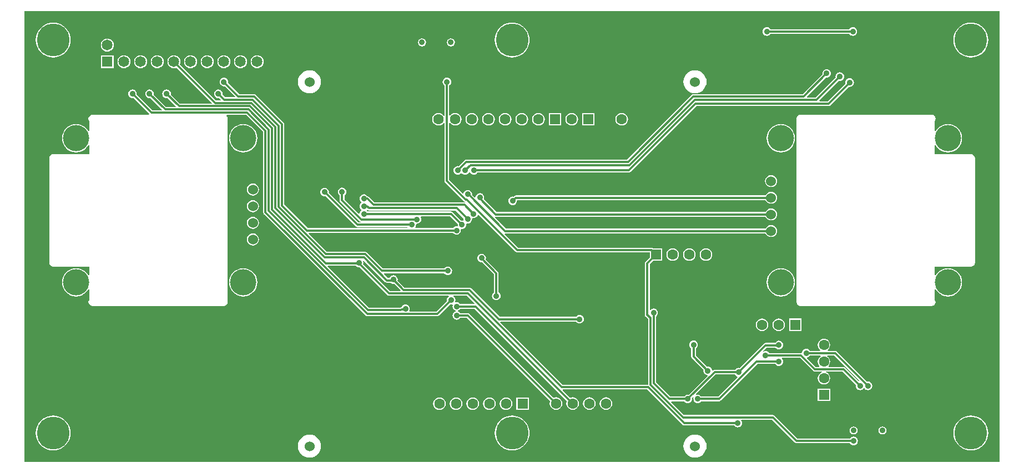
<source format=gbl>
G04*
G04 #@! TF.GenerationSoftware,Altium Limited,Altium NEXUS,2.1.8 (74)*
G04*
G04 Layer_Physical_Order=2*
G04 Layer_Color=16711680*
%FSLAX25Y25*%
%MOIN*%
G70*
G01*
G75*
%ADD135C,0.01181*%
%ADD138R,0.06299X0.06299*%
%ADD139C,0.06299*%
%ADD140C,0.06000*%
%ADD141C,0.15748*%
%ADD142R,0.06496X0.06496*%
%ADD143C,0.06496*%
%ADD144R,0.06299X0.06299*%
%ADD145C,0.03543*%
%ADD146C,0.19685*%
%ADD147C,0.02362*%
G36*
X588142Y273182D02*
X588143Y2408D01*
X2409Y2409D01*
X2409Y273182D01*
X588142Y273182D01*
D02*
G37*
%LPC*%
G36*
X500000Y263605D02*
X499332Y263517D01*
X498709Y263259D01*
X498175Y262849D01*
X497853Y262429D01*
X450498D01*
X450176Y262849D01*
X449641Y263259D01*
X449019Y263517D01*
X448351Y263605D01*
X447683Y263517D01*
X447060Y263259D01*
X446526Y262849D01*
X446115Y262314D01*
X445858Y261692D01*
X445770Y261024D01*
X445858Y260356D01*
X446115Y259733D01*
X446526Y259198D01*
X447060Y258788D01*
X447683Y258530D01*
X448351Y258442D01*
X449019Y258530D01*
X449641Y258788D01*
X450176Y259198D01*
X450498Y259619D01*
X497853D01*
X498175Y259198D01*
X498709Y258788D01*
X499332Y258530D01*
X500000Y258442D01*
X500668Y258530D01*
X501291Y258788D01*
X501825Y259198D01*
X502235Y259733D01*
X502493Y260356D01*
X502581Y261024D01*
X502493Y261692D01*
X502235Y262314D01*
X501825Y262849D01*
X501291Y263259D01*
X500668Y263517D01*
X500000Y263605D01*
D02*
G37*
G36*
X258582Y256897D02*
X257660Y256713D01*
X256879Y256191D01*
X256357Y255410D01*
X256173Y254488D01*
X256357Y253567D01*
X256879Y252785D01*
X257660Y252263D01*
X258582Y252080D01*
X259503Y252263D01*
X260285Y252785D01*
X260807Y253567D01*
X260990Y254488D01*
X260807Y255410D01*
X260285Y256191D01*
X259503Y256713D01*
X258582Y256897D01*
D02*
G37*
G36*
X241259D02*
X240337Y256713D01*
X239556Y256191D01*
X239034Y255410D01*
X238850Y254488D01*
X239034Y253567D01*
X239556Y252785D01*
X240337Y252263D01*
X241259Y252080D01*
X242180Y252263D01*
X242962Y252785D01*
X243484Y253567D01*
X243667Y254488D01*
X243484Y255410D01*
X242962Y256191D01*
X242180Y256713D01*
X241259Y256897D01*
D02*
G37*
G36*
X52244Y256746D02*
X51242Y256614D01*
X50308Y256227D01*
X49506Y255612D01*
X48891Y254810D01*
X48504Y253876D01*
X48372Y252874D01*
X48504Y251872D01*
X48891Y250938D01*
X49506Y250136D01*
X50308Y249521D01*
X51242Y249134D01*
X52244Y249002D01*
X53246Y249134D01*
X54180Y249521D01*
X54982Y250136D01*
X55597Y250938D01*
X55984Y251872D01*
X56116Y252874D01*
X55984Y253876D01*
X55597Y254810D01*
X54982Y255612D01*
X54180Y256227D01*
X53246Y256614D01*
X52244Y256746D01*
D02*
G37*
G36*
X570866Y266371D02*
X569229Y266242D01*
X567632Y265859D01*
X566115Y265230D01*
X564715Y264372D01*
X563466Y263306D01*
X562399Y262057D01*
X561542Y260657D01*
X560913Y259139D01*
X560530Y257543D01*
X560401Y255906D01*
X560530Y254268D01*
X560913Y252672D01*
X561542Y251154D01*
X562399Y249754D01*
X563466Y248505D01*
X564715Y247439D01*
X566115Y246581D01*
X567632Y245952D01*
X569229Y245569D01*
X570866Y245440D01*
X572503Y245569D01*
X574100Y245952D01*
X575617Y246581D01*
X577017Y247439D01*
X578266Y248505D01*
X579333Y249754D01*
X580191Y251154D01*
X580819Y252672D01*
X581203Y254268D01*
X581331Y255906D01*
X581203Y257543D01*
X580819Y259139D01*
X580191Y260657D01*
X579333Y262057D01*
X578266Y263306D01*
X577017Y264372D01*
X575617Y265230D01*
X574100Y265859D01*
X572503Y266242D01*
X570866Y266371D01*
D02*
G37*
G36*
X295276D02*
X293638Y266242D01*
X292042Y265859D01*
X290524Y265230D01*
X289124Y264372D01*
X287876Y263306D01*
X286809Y262057D01*
X285951Y260657D01*
X285322Y259139D01*
X284939Y257543D01*
X284810Y255906D01*
X284939Y254268D01*
X285322Y252672D01*
X285951Y251154D01*
X286809Y249754D01*
X287876Y248505D01*
X289124Y247439D01*
X290524Y246581D01*
X292042Y245952D01*
X293638Y245569D01*
X295276Y245440D01*
X296913Y245569D01*
X298510Y245952D01*
X300027Y246581D01*
X301427Y247439D01*
X302676Y248505D01*
X303742Y249754D01*
X304600Y251154D01*
X305229Y252672D01*
X305612Y254268D01*
X305741Y255906D01*
X305612Y257543D01*
X305229Y259139D01*
X304600Y260657D01*
X303742Y262057D01*
X302676Y263306D01*
X301427Y264372D01*
X300027Y265230D01*
X298510Y265859D01*
X296913Y266242D01*
X295276Y266371D01*
D02*
G37*
G36*
X19685D02*
X18048Y266242D01*
X16451Y265859D01*
X14934Y265230D01*
X13534Y264372D01*
X12285Y263306D01*
X11218Y262057D01*
X10360Y260657D01*
X9732Y259139D01*
X9349Y257543D01*
X9220Y255906D01*
X9349Y254268D01*
X9732Y252672D01*
X10360Y251154D01*
X11218Y249754D01*
X12285Y248505D01*
X13534Y247439D01*
X14934Y246581D01*
X16451Y245952D01*
X18048Y245569D01*
X19685Y245440D01*
X21322Y245569D01*
X22919Y245952D01*
X24436Y246581D01*
X25836Y247439D01*
X27085Y248505D01*
X28152Y249754D01*
X29010Y251154D01*
X29638Y252672D01*
X30022Y254268D01*
X30150Y255906D01*
X30022Y257543D01*
X29638Y259139D01*
X29010Y260657D01*
X28152Y262057D01*
X27085Y263306D01*
X25836Y264372D01*
X24436Y265230D01*
X22919Y265859D01*
X21322Y266242D01*
X19685Y266371D01*
D02*
G37*
G36*
X56083Y246713D02*
X48406D01*
Y239035D01*
X56083D01*
Y246713D01*
D02*
G37*
G36*
X142244Y246746D02*
X141242Y246614D01*
X140308Y246227D01*
X139506Y245612D01*
X138891Y244810D01*
X138504Y243876D01*
X138372Y242874D01*
X138504Y241872D01*
X138891Y240938D01*
X139506Y240136D01*
X140308Y239521D01*
X141242Y239134D01*
X142244Y239002D01*
X143246Y239134D01*
X144180Y239521D01*
X144982Y240136D01*
X145597Y240938D01*
X145984Y241872D01*
X146116Y242874D01*
X145984Y243876D01*
X145597Y244810D01*
X144982Y245612D01*
X144180Y246227D01*
X143246Y246614D01*
X142244Y246746D01*
D02*
G37*
G36*
X132244D02*
X131242Y246614D01*
X130308Y246227D01*
X129506Y245612D01*
X128891Y244810D01*
X128504Y243876D01*
X128372Y242874D01*
X128504Y241872D01*
X128891Y240938D01*
X129506Y240136D01*
X130308Y239521D01*
X131242Y239134D01*
X132244Y239002D01*
X133246Y239134D01*
X134180Y239521D01*
X134982Y240136D01*
X135597Y240938D01*
X135984Y241872D01*
X136116Y242874D01*
X135984Y243876D01*
X135597Y244810D01*
X134982Y245612D01*
X134180Y246227D01*
X133246Y246614D01*
X132244Y246746D01*
D02*
G37*
G36*
X122244D02*
X121242Y246614D01*
X120308Y246227D01*
X119506Y245612D01*
X118891Y244810D01*
X118504Y243876D01*
X118372Y242874D01*
X118504Y241872D01*
X118891Y240938D01*
X119506Y240136D01*
X120308Y239521D01*
X121242Y239134D01*
X122244Y239002D01*
X123246Y239134D01*
X124180Y239521D01*
X124982Y240136D01*
X125597Y240938D01*
X125984Y241872D01*
X126116Y242874D01*
X125984Y243876D01*
X125597Y244810D01*
X124982Y245612D01*
X124180Y246227D01*
X123246Y246614D01*
X122244Y246746D01*
D02*
G37*
G36*
X112244D02*
X111242Y246614D01*
X110308Y246227D01*
X109506Y245612D01*
X108891Y244810D01*
X108504Y243876D01*
X108372Y242874D01*
X108504Y241872D01*
X108891Y240938D01*
X109506Y240136D01*
X110308Y239521D01*
X111242Y239134D01*
X112244Y239002D01*
X113246Y239134D01*
X114180Y239521D01*
X114982Y240136D01*
X115597Y240938D01*
X115984Y241872D01*
X116116Y242874D01*
X115984Y243876D01*
X115597Y244810D01*
X114982Y245612D01*
X114180Y246227D01*
X113246Y246614D01*
X112244Y246746D01*
D02*
G37*
G36*
X102244D02*
X101242Y246614D01*
X100308Y246227D01*
X99506Y245612D01*
X98891Y244810D01*
X98504Y243876D01*
X98372Y242874D01*
X98504Y241872D01*
X98891Y240938D01*
X99506Y240136D01*
X100308Y239521D01*
X101242Y239134D01*
X102244Y239002D01*
X103246Y239134D01*
X104180Y239521D01*
X104982Y240136D01*
X105597Y240938D01*
X105984Y241872D01*
X106116Y242874D01*
X105984Y243876D01*
X105597Y244810D01*
X104982Y245612D01*
X104180Y246227D01*
X103246Y246614D01*
X102244Y246746D01*
D02*
G37*
G36*
X82244D02*
X81242Y246614D01*
X80308Y246227D01*
X79506Y245612D01*
X78891Y244810D01*
X78504Y243876D01*
X78372Y242874D01*
X78504Y241872D01*
X78891Y240938D01*
X79506Y240136D01*
X80308Y239521D01*
X81242Y239134D01*
X82244Y239002D01*
X83246Y239134D01*
X84180Y239521D01*
X84982Y240136D01*
X85597Y240938D01*
X85984Y241872D01*
X86116Y242874D01*
X85984Y243876D01*
X85597Y244810D01*
X84982Y245612D01*
X84180Y246227D01*
X83246Y246614D01*
X82244Y246746D01*
D02*
G37*
G36*
X72244D02*
X71242Y246614D01*
X70308Y246227D01*
X69506Y245612D01*
X68891Y244810D01*
X68504Y243876D01*
X68372Y242874D01*
X68504Y241872D01*
X68891Y240938D01*
X69506Y240136D01*
X70308Y239521D01*
X71242Y239134D01*
X72244Y239002D01*
X73246Y239134D01*
X74180Y239521D01*
X74982Y240136D01*
X75597Y240938D01*
X75984Y241872D01*
X76116Y242874D01*
X75984Y243876D01*
X75597Y244810D01*
X74982Y245612D01*
X74180Y246227D01*
X73246Y246614D01*
X72244Y246746D01*
D02*
G37*
G36*
X62244D02*
X61242Y246614D01*
X60308Y246227D01*
X59506Y245612D01*
X58891Y244810D01*
X58504Y243876D01*
X58372Y242874D01*
X58504Y241872D01*
X58891Y240938D01*
X59506Y240136D01*
X60308Y239521D01*
X61242Y239134D01*
X62244Y239002D01*
X63246Y239134D01*
X64180Y239521D01*
X64982Y240136D01*
X65597Y240938D01*
X65984Y241872D01*
X66116Y242874D01*
X65984Y243876D01*
X65597Y244810D01*
X64982Y245612D01*
X64180Y246227D01*
X63246Y246614D01*
X62244Y246746D01*
D02*
G37*
G36*
X484251Y238407D02*
X483583Y238319D01*
X482960Y238062D01*
X482426Y237651D01*
X482016Y237117D01*
X481758Y236494D01*
X481670Y235826D01*
X481739Y235301D01*
X469801Y223363D01*
X404221D01*
X403683Y223256D01*
X403227Y222952D01*
X364358Y184082D01*
X267756D01*
X267218Y183975D01*
X266762Y183671D01*
X263163Y180071D01*
X262638Y180140D01*
X261970Y180052D01*
X261347Y179794D01*
X260813Y179384D01*
X260402Y178850D01*
X260145Y178227D01*
X260057Y177559D01*
X260145Y176891D01*
X260402Y176268D01*
X260813Y175734D01*
X261347Y175324D01*
X261970Y175066D01*
X262638Y174978D01*
X263306Y175066D01*
X263928Y175324D01*
X264463Y175734D01*
X264606Y175921D01*
X265236D01*
X265380Y175734D01*
X265914Y175324D01*
X266537Y175066D01*
X267205Y174978D01*
X267873Y175066D01*
X268495Y175324D01*
X269030Y175734D01*
X269440Y176268D01*
X269500Y176414D01*
X270041D01*
X270102Y176268D01*
X270512Y175734D01*
X271046Y175324D01*
X271669Y175066D01*
X272337Y174978D01*
X273005Y175066D01*
X273627Y175324D01*
X274162Y175734D01*
X274484Y176154D01*
X365389D01*
X365927Y176261D01*
X366383Y176566D01*
X406139Y216322D01*
X485443D01*
X485981Y216429D01*
X486436Y216733D01*
X497505Y227802D01*
X498031Y227733D01*
X498699Y227821D01*
X499321Y228079D01*
X499856Y228489D01*
X500266Y229024D01*
X500524Y229646D01*
X500612Y230314D01*
X500524Y230982D01*
X500266Y231605D01*
X499856Y232140D01*
X499321Y232550D01*
X498699Y232808D01*
X498031Y232896D01*
X497362Y232808D01*
X496740Y232550D01*
X496205Y232140D01*
X495795Y231605D01*
X495537Y230982D01*
X495449Y230314D01*
X495518Y229789D01*
X484861Y219132D01*
X479960D01*
X479768Y219594D01*
X491611Y231436D01*
X492136Y231367D01*
X492804Y231455D01*
X493426Y231713D01*
X493961Y232123D01*
X494371Y232658D01*
X494629Y233280D01*
X494717Y233948D01*
X494629Y234616D01*
X494371Y235239D01*
X493961Y235773D01*
X493426Y236183D01*
X492804Y236441D01*
X492136Y236529D01*
X491468Y236441D01*
X490845Y236183D01*
X490311Y235773D01*
X489900Y235239D01*
X489643Y234616D01*
X489555Y233948D01*
X489624Y233423D01*
X477595Y221394D01*
X472459D01*
X472268Y221856D01*
X483726Y233314D01*
X484251Y233245D01*
X484919Y233333D01*
X485542Y233591D01*
X486076Y234001D01*
X486486Y234536D01*
X486744Y235158D01*
X486832Y235826D01*
X486744Y236494D01*
X486486Y237117D01*
X486076Y237651D01*
X485542Y238062D01*
X484919Y238319D01*
X484251Y238407D01*
D02*
G37*
G36*
X405159Y237725D02*
X403808Y237593D01*
X402509Y237198D01*
X401312Y236559D01*
X400263Y235698D01*
X399402Y234649D01*
X398763Y233452D01*
X398369Y232153D01*
X398236Y230802D01*
X398369Y229452D01*
X398763Y228153D01*
X399402Y226956D01*
X400263Y225907D01*
X401312Y225046D01*
X402509Y224406D01*
X403808Y224012D01*
X405159Y223879D01*
X406509Y224012D01*
X407808Y224406D01*
X409005Y225046D01*
X410054Y225907D01*
X410915Y226956D01*
X411555Y228153D01*
X411949Y229452D01*
X412082Y230802D01*
X411949Y232153D01*
X411555Y233452D01*
X410915Y234649D01*
X410054Y235698D01*
X409005Y236559D01*
X407808Y237198D01*
X406509Y237593D01*
X405159Y237725D01*
D02*
G37*
G36*
X173659D02*
X172308Y237593D01*
X171009Y237198D01*
X169813Y236559D01*
X168763Y235698D01*
X167902Y234649D01*
X167263Y233452D01*
X166869Y232153D01*
X166736Y230802D01*
X166869Y229452D01*
X167263Y228153D01*
X167902Y226956D01*
X168763Y225907D01*
X169813Y225046D01*
X171009Y224406D01*
X172308Y224012D01*
X173659Y223879D01*
X175009Y224012D01*
X176308Y224406D01*
X177505Y225046D01*
X178554Y225907D01*
X179415Y226956D01*
X180055Y228153D01*
X180449Y229452D01*
X180582Y230802D01*
X180449Y232153D01*
X180055Y233452D01*
X179415Y234649D01*
X178554Y235698D01*
X177505Y236559D01*
X176308Y237198D01*
X175009Y237593D01*
X173659Y237725D01*
D02*
G37*
G36*
X92244Y246746D02*
X91242Y246614D01*
X90308Y246227D01*
X89506Y245612D01*
X88891Y244810D01*
X88504Y243876D01*
X88372Y242874D01*
X88504Y241872D01*
X88891Y240938D01*
X89506Y240136D01*
X90308Y239521D01*
X91242Y239134D01*
X92244Y239002D01*
X93246Y239134D01*
X93777Y239354D01*
X115114Y218017D01*
X114923Y217555D01*
X95849D01*
X90307Y223097D01*
X90376Y223622D01*
X90289Y224290D01*
X90031Y224913D01*
X89620Y225447D01*
X89086Y225857D01*
X88463Y226115D01*
X87795Y226203D01*
X87127Y226115D01*
X86505Y225857D01*
X85970Y225447D01*
X85560Y224913D01*
X85302Y224290D01*
X85214Y223622D01*
X85302Y222954D01*
X85560Y222332D01*
X85970Y221797D01*
X86505Y221387D01*
X87127Y221129D01*
X87795Y221041D01*
X88320Y221110D01*
X93382Y216049D01*
X93190Y215587D01*
X87581D01*
X80071Y223097D01*
X80140Y223622D01*
X80052Y224290D01*
X79794Y224913D01*
X79384Y225447D01*
X78850Y225857D01*
X78227Y226115D01*
X77559Y226203D01*
X76891Y226115D01*
X76269Y225857D01*
X75734Y225447D01*
X75324Y224913D01*
X75066Y224290D01*
X74978Y223622D01*
X75066Y222954D01*
X75324Y222332D01*
X75734Y221797D01*
X76269Y221387D01*
X76891Y221129D01*
X77559Y221041D01*
X78084Y221110D01*
X85114Y214080D01*
X84923Y213618D01*
X79314D01*
X69835Y223097D01*
X69904Y223622D01*
X69816Y224290D01*
X69558Y224913D01*
X69148Y225447D01*
X68613Y225857D01*
X67991Y226115D01*
X67323Y226203D01*
X66655Y226115D01*
X66032Y225857D01*
X65498Y225447D01*
X65087Y224913D01*
X64830Y224290D01*
X64742Y223622D01*
X64830Y222954D01*
X65087Y222332D01*
X65498Y221797D01*
X66032Y221387D01*
X66655Y221129D01*
X67323Y221041D01*
X67848Y221110D01*
X77372Y211586D01*
X77165Y211086D01*
X43307D01*
X42385Y210903D01*
X41604Y210380D01*
X41082Y209599D01*
X40899Y208677D01*
X41082Y207756D01*
X41300Y207429D01*
Y201192D01*
X40815Y201071D01*
X40537Y201592D01*
X39479Y202881D01*
X38190Y203938D01*
X36720Y204724D01*
X35124Y205208D01*
X33465Y205372D01*
X31805Y205208D01*
X30210Y204724D01*
X28739Y203938D01*
X27450Y202881D01*
X26392Y201592D01*
X25607Y200121D01*
X25122Y198526D01*
X24959Y196866D01*
X25122Y195207D01*
X25607Y193611D01*
X26392Y192141D01*
X27450Y190852D01*
X28739Y189794D01*
X30210Y189008D01*
X31805Y188524D01*
X33465Y188361D01*
X35124Y188524D01*
X36720Y189008D01*
X38190Y189794D01*
X39479Y190852D01*
X40537Y192141D01*
X40815Y192662D01*
X41300Y192540D01*
Y187464D01*
X19685D01*
X18763Y187280D01*
X17982Y186758D01*
X17460Y185977D01*
X17277Y185055D01*
Y122063D01*
X17460Y121142D01*
X17982Y120360D01*
X18763Y119838D01*
X19685Y119655D01*
X41300D01*
Y114578D01*
X40815Y114457D01*
X40537Y114978D01*
X39479Y116267D01*
X38190Y117324D01*
X36720Y118110D01*
X35124Y118594D01*
X33465Y118758D01*
X31805Y118594D01*
X30210Y118110D01*
X28739Y117324D01*
X27450Y116267D01*
X26392Y114978D01*
X25607Y113507D01*
X25122Y111911D01*
X24959Y110252D01*
X25122Y108593D01*
X25607Y106997D01*
X26392Y105527D01*
X27450Y104238D01*
X28739Y103180D01*
X30210Y102394D01*
X31805Y101910D01*
X33465Y101747D01*
X35124Y101910D01*
X36720Y102394D01*
X38190Y103180D01*
X39479Y104238D01*
X40537Y105527D01*
X40815Y106047D01*
X41300Y105926D01*
Y99689D01*
X41082Y99363D01*
X40899Y98441D01*
X41082Y97519D01*
X41604Y96738D01*
X42385Y96216D01*
X43307Y96033D01*
X122047Y96033D01*
X122969Y96216D01*
X123750Y96738D01*
X124272Y97519D01*
X124456Y98441D01*
X124456Y208677D01*
X124272Y209599D01*
X123799Y210308D01*
X123941Y210808D01*
X135630D01*
X145839Y200599D01*
Y152362D01*
X145946Y151825D01*
X146251Y151369D01*
X207295Y90324D01*
X207751Y90020D01*
X208288Y89913D01*
X250389D01*
X250927Y90020D01*
X251382Y90324D01*
X258155Y97097D01*
X258701Y97025D01*
X259346Y97110D01*
X259422Y97054D01*
X259725Y96719D01*
X259604Y96426D01*
X259516Y95758D01*
X259604Y95090D01*
X259861Y94468D01*
X260272Y93933D01*
X260806Y93523D01*
X261321Y93309D01*
X261343Y93212D01*
Y92891D01*
X261321Y92794D01*
X260806Y92580D01*
X260272Y92170D01*
X259861Y91636D01*
X259604Y91013D01*
X259516Y90345D01*
X259604Y89677D01*
X259861Y89055D01*
X260272Y88520D01*
X260806Y88110D01*
X261429Y87852D01*
X262097Y87764D01*
X262765Y87852D01*
X263387Y88110D01*
X263922Y88520D01*
X264244Y88940D01*
X268168D01*
X318214Y38894D01*
X318015Y38413D01*
X317886Y37436D01*
X318015Y36460D01*
X318392Y35550D01*
X318991Y34769D01*
X319773Y34169D01*
X320682Y33792D01*
X321659Y33664D01*
X322635Y33792D01*
X323545Y34169D01*
X324326Y34769D01*
X324926Y35550D01*
X325303Y36460D01*
X325431Y37436D01*
X325303Y38413D01*
X324926Y39323D01*
X324326Y40104D01*
X323545Y40703D01*
X322635Y41080D01*
X321659Y41209D01*
X320682Y41080D01*
X320201Y40881D01*
X269743Y91339D01*
X269287Y91643D01*
X268750Y91750D01*
X264244D01*
X263922Y92170D01*
X263387Y92580D01*
X262873Y92794D01*
X262850Y92891D01*
Y93212D01*
X262873Y93309D01*
X263387Y93523D01*
X263922Y93933D01*
X264244Y94353D01*
X272755D01*
X328214Y38894D01*
X328015Y38413D01*
X327886Y37436D01*
X328015Y36460D01*
X328392Y35550D01*
X328991Y34769D01*
X329772Y34169D01*
X330682Y33792D01*
X331659Y33664D01*
X332635Y33792D01*
X333545Y34169D01*
X334326Y34769D01*
X334926Y35550D01*
X335303Y36460D01*
X335431Y37436D01*
X335303Y38413D01*
X334926Y39323D01*
X334326Y40104D01*
X333545Y40703D01*
X332635Y41080D01*
X331659Y41209D01*
X330682Y41080D01*
X330201Y40881D01*
X325705Y45377D01*
X325896Y45839D01*
X376502D01*
X397656Y24686D01*
X398111Y24381D01*
X398649Y24274D01*
X428737D01*
X429059Y23854D01*
X429594Y23444D01*
X430216Y23186D01*
X430884Y23098D01*
X431552Y23186D01*
X432175Y23444D01*
X432709Y23854D01*
X433120Y24389D01*
X433377Y25011D01*
X433465Y25679D01*
X433377Y26347D01*
X433120Y26970D01*
X432921Y27229D01*
X433167Y27729D01*
X451386D01*
X465175Y13940D01*
X465631Y13636D01*
X466168Y13529D01*
X498246D01*
X498569Y13109D01*
X499103Y12699D01*
X499726Y12441D01*
X500394Y12353D01*
X501062Y12441D01*
X501684Y12699D01*
X502219Y13109D01*
X502629Y13643D01*
X502887Y14266D01*
X502975Y14934D01*
X502887Y15602D01*
X502629Y16224D01*
X502219Y16759D01*
X501684Y17169D01*
X501062Y17427D01*
X500394Y17515D01*
X499726Y17427D01*
X499103Y17169D01*
X498569Y16759D01*
X498246Y16339D01*
X466750D01*
X452962Y30127D01*
X452506Y30432D01*
X451968Y30539D01*
X398560D01*
X390792Y38307D01*
X390984Y38769D01*
X398716D01*
X399038Y38348D01*
X399573Y37938D01*
X400195Y37680D01*
X400863Y37592D01*
X401531Y37680D01*
X402154Y37938D01*
X402688Y38348D01*
X403098Y38883D01*
X403356Y39505D01*
X403444Y40174D01*
X403375Y40699D01*
X403886Y41209D01*
X404310Y40926D01*
X404275Y40841D01*
X404187Y40173D01*
X404275Y39505D01*
X404533Y38883D01*
X404943Y38348D01*
X405477Y37938D01*
X406100Y37680D01*
X406768Y37592D01*
X407436Y37680D01*
X408059Y37938D01*
X408593Y38348D01*
X408916Y38768D01*
X419648D01*
X420185Y38875D01*
X420641Y39180D01*
X442636Y61175D01*
X453437D01*
X453760Y60755D01*
X454294Y60345D01*
X454917Y60087D01*
X455585Y59999D01*
X456253Y60087D01*
X456875Y60345D01*
X457410Y60755D01*
X457820Y61290D01*
X458078Y61912D01*
X458166Y62580D01*
X458078Y63248D01*
X457820Y63871D01*
X457410Y64406D01*
X457356Y64447D01*
X457525Y64947D01*
X468286D01*
X476174Y57059D01*
X476630Y56754D01*
X477168Y56647D01*
X481345D01*
X481444Y56147D01*
X480719Y55847D01*
X479938Y55247D01*
X479338Y54466D01*
X478961Y53556D01*
X478833Y52580D01*
X478961Y51603D01*
X479338Y50693D01*
X479938Y49912D01*
X480719Y49313D01*
X481629Y48936D01*
X482605Y48807D01*
X483581Y48936D01*
X484491Y49313D01*
X485273Y49912D01*
X485872Y50693D01*
X486249Y51603D01*
X486377Y52580D01*
X486249Y53556D01*
X485872Y54466D01*
X485273Y55247D01*
X484491Y55847D01*
X483766Y56147D01*
X483865Y56647D01*
X493728D01*
X501819Y48557D01*
X501750Y48031D01*
X501837Y47363D01*
X502095Y46741D01*
X502506Y46206D01*
X503040Y45796D01*
X503663Y45538D01*
X504331Y45450D01*
X504999Y45538D01*
X505621Y45796D01*
X506156Y46206D01*
X506393Y46515D01*
X506410Y46524D01*
X506976D01*
X506993Y46515D01*
X507230Y46206D01*
X507765Y45796D01*
X508387Y45538D01*
X509055Y45450D01*
X509723Y45538D01*
X510346Y45796D01*
X510880Y46206D01*
X511290Y46741D01*
X511548Y47363D01*
X511636Y48031D01*
X511548Y48700D01*
X511290Y49322D01*
X510880Y49857D01*
X510346Y50267D01*
X509723Y50525D01*
X509055Y50613D01*
X508530Y50543D01*
X490382Y68692D01*
X489926Y68996D01*
X489389Y69103D01*
X485040D01*
X484870Y69603D01*
X485273Y69912D01*
X485872Y70693D01*
X486249Y71603D01*
X486377Y72580D01*
X486249Y73556D01*
X485872Y74466D01*
X485273Y75247D01*
X484491Y75847D01*
X483581Y76223D01*
X482605Y76352D01*
X481629Y76223D01*
X480719Y75847D01*
X479938Y75247D01*
X479338Y74466D01*
X478961Y73556D01*
X478833Y72580D01*
X478961Y71603D01*
X479338Y70693D01*
X479938Y69912D01*
X480340Y69603D01*
X480171Y69103D01*
X474123D01*
X473801Y69523D01*
X473266Y69933D01*
X472644Y70191D01*
X471976Y70279D01*
X471308Y70191D01*
X470685Y69933D01*
X470151Y69523D01*
X469740Y68989D01*
X469483Y68366D01*
X469454Y68150D01*
X468902Y67750D01*
X468867Y67757D01*
X449624D01*
X449302Y68177D01*
X448767Y68587D01*
X448145Y68845D01*
X447477Y68933D01*
X446809Y68845D01*
X446383Y68669D01*
X446099Y69093D01*
X448059Y71052D01*
X453532D01*
X453760Y70754D01*
X454294Y70344D01*
X454917Y70086D01*
X455585Y69999D01*
X456253Y70086D01*
X456875Y70344D01*
X457410Y70754D01*
X457820Y71289D01*
X458078Y71912D01*
X458166Y72580D01*
X458078Y73248D01*
X457820Y73870D01*
X457410Y74405D01*
X456875Y74815D01*
X456253Y75073D01*
X455585Y75161D01*
X454917Y75073D01*
X454294Y74815D01*
X453760Y74405D01*
X453349Y73870D01*
X453346Y73862D01*
X447477D01*
X446939Y73755D01*
X446483Y73450D01*
X431821Y58788D01*
X431296Y58857D01*
X430628Y58769D01*
X430005Y58511D01*
X429471Y58101D01*
X429148Y57681D01*
X416965D01*
X416428Y57574D01*
X415972Y57269D01*
X415888Y57185D01*
X415360Y57364D01*
X415311Y57740D01*
X415053Y58363D01*
X414643Y58897D01*
X414108Y59308D01*
X413486Y59566D01*
X412818Y59653D01*
X412292Y59584D01*
X405712Y66165D01*
Y70547D01*
X406132Y70869D01*
X406542Y71404D01*
X406800Y72026D01*
X406888Y72694D01*
X406800Y73362D01*
X406542Y73985D01*
X406132Y74519D01*
X405598Y74930D01*
X404975Y75188D01*
X404307Y75275D01*
X403639Y75188D01*
X403017Y74930D01*
X402482Y74519D01*
X402072Y73985D01*
X401814Y73362D01*
X401726Y72694D01*
X401814Y72026D01*
X402072Y71404D01*
X402482Y70869D01*
X402902Y70547D01*
Y65583D01*
X403009Y65045D01*
X403314Y64589D01*
X410306Y57597D01*
X410236Y57072D01*
X410324Y56404D01*
X410582Y55782D01*
X410992Y55247D01*
X411527Y54837D01*
X412149Y54579D01*
X412525Y54530D01*
X412705Y54002D01*
X401388Y42685D01*
X400863Y42755D01*
X400195Y42667D01*
X399573Y42409D01*
X399038Y41999D01*
X398716Y41578D01*
X390304D01*
X381720Y50163D01*
Y89754D01*
X382140Y90077D01*
X382550Y90611D01*
X382808Y91234D01*
X382896Y91902D01*
X382808Y92570D01*
X382550Y93192D01*
X382140Y93727D01*
X381606Y94137D01*
X380983Y94395D01*
X380315Y94483D01*
X379647Y94395D01*
X379024Y94137D01*
X378490Y93727D01*
X378452Y93678D01*
X377952Y93848D01*
Y121211D01*
X379986Y123244D01*
X385479D01*
Y130725D01*
X379892D01*
X379717Y130842D01*
X379180Y130948D01*
X299139D01*
X290832Y139255D01*
X291078Y139716D01*
X291173Y139697D01*
X447562D01*
X447730Y139292D01*
X448305Y138542D01*
X449055Y137966D01*
X449929Y137604D01*
X450866Y137481D01*
X451803Y137604D01*
X452677Y137966D01*
X453427Y138542D01*
X454003Y139292D01*
X454364Y140165D01*
X454488Y141102D01*
X454364Y142040D01*
X454003Y142913D01*
X453427Y143663D01*
X452677Y144239D01*
X451803Y144600D01*
X450866Y144724D01*
X449929Y144600D01*
X449055Y144239D01*
X448305Y143663D01*
X447730Y142913D01*
X447562Y142507D01*
X291754D01*
X284993Y149269D01*
X285239Y149730D01*
X285402Y149697D01*
X447562D01*
X447730Y149292D01*
X448305Y148542D01*
X449055Y147966D01*
X449929Y147604D01*
X450866Y147481D01*
X451803Y147604D01*
X452677Y147966D01*
X453427Y148542D01*
X454003Y149292D01*
X454364Y150165D01*
X454488Y151102D01*
X454364Y152040D01*
X454003Y152913D01*
X453427Y153663D01*
X452677Y154239D01*
X451803Y154601D01*
X450866Y154724D01*
X449929Y154601D01*
X449055Y154239D01*
X448305Y153663D01*
X447730Y152913D01*
X447562Y152507D01*
X285984D01*
X278313Y160179D01*
X278477Y160576D01*
X278565Y161244D01*
X278477Y161912D01*
X278220Y162534D01*
X277809Y163069D01*
X277275Y163479D01*
X276652Y163737D01*
X275984Y163825D01*
X275316Y163737D01*
X274694Y163479D01*
X274159Y163069D01*
X273749Y162534D01*
X273491Y161912D01*
X273441Y161528D01*
X272913Y161349D01*
X271242Y163019D01*
X271268Y163212D01*
X271180Y163881D01*
X270922Y164503D01*
X270512Y165038D01*
X269977Y165448D01*
X269355Y165706D01*
X268687Y165794D01*
X268019Y165706D01*
X267396Y165448D01*
X266862Y165038D01*
X266451Y164503D01*
X266213Y163926D01*
X265859Y163760D01*
X265719Y163713D01*
X257578Y171854D01*
Y206003D01*
X258078Y206173D01*
X258491Y205635D01*
X259273Y205035D01*
X260182Y204659D01*
X261159Y204530D01*
X262135Y204659D01*
X263045Y205035D01*
X263826Y205635D01*
X264426Y206416D01*
X264803Y207326D01*
X264931Y208302D01*
X264803Y209279D01*
X264426Y210189D01*
X263826Y210970D01*
X263045Y211569D01*
X262135Y211946D01*
X261159Y212075D01*
X260182Y211946D01*
X259273Y211569D01*
X258491Y210970D01*
X258078Y210432D01*
X257578Y210601D01*
Y228561D01*
X257998Y228884D01*
X258408Y229418D01*
X258666Y230041D01*
X258754Y230709D01*
X258666Y231377D01*
X258408Y231999D01*
X257998Y232534D01*
X257464Y232944D01*
X256841Y233202D01*
X256173Y233290D01*
X255505Y233202D01*
X254883Y232944D01*
X254348Y232534D01*
X253938Y231999D01*
X253680Y231377D01*
X253592Y230709D01*
X253680Y230041D01*
X253938Y229418D01*
X254348Y228884D01*
X254768Y228561D01*
Y210564D01*
X254268Y210394D01*
X253826Y210970D01*
X253045Y211569D01*
X252135Y211946D01*
X251159Y212075D01*
X250182Y211946D01*
X249272Y211569D01*
X248491Y210970D01*
X247892Y210189D01*
X247515Y209279D01*
X247386Y208302D01*
X247515Y207326D01*
X247892Y206416D01*
X248491Y205635D01*
X249272Y205035D01*
X250182Y204659D01*
X251159Y204530D01*
X252135Y204659D01*
X253045Y205035D01*
X253826Y205635D01*
X254268Y206211D01*
X254768Y206041D01*
Y171272D01*
X254875Y170734D01*
X255180Y170278D01*
X266389Y159069D01*
X266844Y158765D01*
X267114Y158711D01*
X267134Y158695D01*
X267149Y158657D01*
X266933Y158339D01*
X266788Y158208D01*
X212677D01*
X209261Y161623D01*
X208806Y161928D01*
X208478Y161993D01*
X208124Y162455D01*
X207589Y162865D01*
X206967Y163123D01*
X206299Y163211D01*
X205631Y163123D01*
X205008Y162865D01*
X204474Y162455D01*
X204064Y161920D01*
X203806Y161298D01*
X203718Y160630D01*
X203806Y159962D01*
X204064Y159339D01*
X204474Y158805D01*
X204701Y158630D01*
X204701Y158000D01*
X204474Y157825D01*
X204064Y157291D01*
X203806Y156668D01*
X203718Y156000D01*
X203806Y155332D01*
X204064Y154710D01*
X204474Y154175D01*
X204681Y154016D01*
Y153386D01*
X204474Y153226D01*
X204064Y152692D01*
X203806Y152069D01*
X203755Y151682D01*
X203227Y151503D01*
X194628Y160102D01*
Y162470D01*
X195048Y162792D01*
X195458Y163327D01*
X195716Y163949D01*
X195804Y164617D01*
X195716Y165285D01*
X195458Y165908D01*
X195048Y166443D01*
X194513Y166853D01*
X193891Y167111D01*
X193223Y167199D01*
X192555Y167111D01*
X191932Y166853D01*
X191398Y166443D01*
X190987Y165908D01*
X190729Y165285D01*
X190641Y164617D01*
X190729Y163949D01*
X190987Y163327D01*
X191398Y162792D01*
X191818Y162470D01*
Y159520D01*
X191925Y158983D01*
X192229Y158527D01*
X203655Y147101D01*
X204111Y146796D01*
X204430Y146733D01*
X204381Y146233D01*
X202976D01*
X185231Y163978D01*
X185300Y164503D01*
X185212Y165171D01*
X184954Y165794D01*
X184544Y166328D01*
X184010Y166738D01*
X183387Y166996D01*
X182719Y167084D01*
X182051Y166996D01*
X181429Y166738D01*
X180894Y166328D01*
X180484Y165794D01*
X180226Y165171D01*
X180138Y164503D01*
X180226Y163835D01*
X180484Y163212D01*
X180894Y162678D01*
X181429Y162268D01*
X182051Y162010D01*
X182719Y161922D01*
X183244Y161991D01*
X201401Y143834D01*
X201857Y143530D01*
X202394Y143423D01*
X232446D01*
X232482Y143365D01*
X232204Y142865D01*
X172647D01*
X158492Y157021D01*
Y205258D01*
X158385Y205796D01*
X158080Y206251D01*
X141282Y223049D01*
X140826Y223354D01*
X140289Y223461D01*
X131471D01*
X124748Y230184D01*
X124817Y230709D01*
X124729Y231377D01*
X124471Y231999D01*
X124061Y232534D01*
X123526Y232944D01*
X122904Y233202D01*
X122236Y233290D01*
X121568Y233202D01*
X120945Y232944D01*
X120411Y232534D01*
X120000Y231999D01*
X119742Y231377D01*
X119655Y230709D01*
X119742Y230041D01*
X120000Y229418D01*
X120411Y228884D01*
X120945Y228473D01*
X121568Y228216D01*
X122236Y228128D01*
X122761Y228197D01*
X129003Y221954D01*
X128812Y221492D01*
X123014D01*
X121410Y223097D01*
X121479Y223622D01*
X121391Y224290D01*
X121133Y224913D01*
X120723Y225447D01*
X120188Y225857D01*
X119566Y226115D01*
X118898Y226203D01*
X118230Y226115D01*
X117607Y225857D01*
X117072Y225447D01*
X116662Y224913D01*
X116404Y224290D01*
X116316Y223622D01*
X116404Y222954D01*
X116662Y222332D01*
X117072Y221797D01*
X117607Y221387D01*
X118230Y221129D01*
X118898Y221041D01*
X119423Y221110D01*
X120547Y219986D01*
X120356Y219524D01*
X117581D01*
X95764Y241341D01*
X95984Y241872D01*
X96116Y242874D01*
X95984Y243876D01*
X95597Y244810D01*
X94982Y245612D01*
X94180Y246227D01*
X93246Y246614D01*
X92244Y246746D01*
D02*
G37*
G36*
X344899Y212043D02*
X337419D01*
Y204562D01*
X344899D01*
Y212043D01*
D02*
G37*
G36*
X324899D02*
X317419D01*
Y204562D01*
X324899D01*
Y212043D01*
D02*
G37*
G36*
X331158Y212075D02*
X330182Y211947D01*
X329272Y211570D01*
X328491Y210971D01*
X327891Y210189D01*
X327514Y209279D01*
X327386Y208303D01*
X327514Y207327D01*
X327891Y206417D01*
X328491Y205636D01*
X329272Y205036D01*
X330182Y204659D01*
X331158Y204531D01*
X332135Y204659D01*
X333044Y205036D01*
X333826Y205636D01*
X334425Y206417D01*
X334802Y207327D01*
X334930Y208303D01*
X334802Y209279D01*
X334425Y210189D01*
X333826Y210971D01*
X333044Y211570D01*
X332135Y211947D01*
X331158Y212075D01*
D02*
G37*
G36*
X361159Y212075D02*
X360182Y211946D01*
X359273Y211569D01*
X358491Y210970D01*
X357892Y210189D01*
X357515Y209279D01*
X357386Y208302D01*
X357515Y207326D01*
X357892Y206416D01*
X358491Y205635D01*
X359273Y205035D01*
X360182Y204659D01*
X361159Y204530D01*
X362135Y204659D01*
X363045Y205035D01*
X363826Y205635D01*
X364426Y206416D01*
X364803Y207326D01*
X364931Y208302D01*
X364803Y209279D01*
X364426Y210189D01*
X363826Y210970D01*
X363045Y211569D01*
X362135Y211946D01*
X361159Y212075D01*
D02*
G37*
G36*
X311159D02*
X310182Y211946D01*
X309273Y211569D01*
X308491Y210970D01*
X307892Y210189D01*
X307515Y209279D01*
X307386Y208302D01*
X307515Y207326D01*
X307892Y206416D01*
X308491Y205635D01*
X309273Y205035D01*
X310182Y204659D01*
X311159Y204530D01*
X312135Y204659D01*
X313045Y205035D01*
X313826Y205635D01*
X314426Y206416D01*
X314803Y207326D01*
X314931Y208302D01*
X314803Y209279D01*
X314426Y210189D01*
X313826Y210970D01*
X313045Y211569D01*
X312135Y211946D01*
X311159Y212075D01*
D02*
G37*
G36*
X301159D02*
X300182Y211946D01*
X299272Y211569D01*
X298491Y210970D01*
X297892Y210189D01*
X297515Y209279D01*
X297386Y208302D01*
X297515Y207326D01*
X297892Y206416D01*
X298491Y205635D01*
X299272Y205035D01*
X300182Y204659D01*
X301159Y204530D01*
X302135Y204659D01*
X303045Y205035D01*
X303826Y205635D01*
X304426Y206416D01*
X304803Y207326D01*
X304931Y208302D01*
X304803Y209279D01*
X304426Y210189D01*
X303826Y210970D01*
X303045Y211569D01*
X302135Y211946D01*
X301159Y212075D01*
D02*
G37*
G36*
X291159D02*
X290182Y211946D01*
X289272Y211569D01*
X288491Y210970D01*
X287892Y210189D01*
X287515Y209279D01*
X287386Y208302D01*
X287515Y207326D01*
X287892Y206416D01*
X288491Y205635D01*
X289272Y205035D01*
X290182Y204659D01*
X291159Y204530D01*
X292135Y204659D01*
X293045Y205035D01*
X293826Y205635D01*
X294426Y206416D01*
X294803Y207326D01*
X294931Y208302D01*
X294803Y209279D01*
X294426Y210189D01*
X293826Y210970D01*
X293045Y211569D01*
X292135Y211946D01*
X291159Y212075D01*
D02*
G37*
G36*
X281159D02*
X280182Y211946D01*
X279273Y211569D01*
X278491Y210970D01*
X277892Y210189D01*
X277515Y209279D01*
X277386Y208302D01*
X277515Y207326D01*
X277892Y206416D01*
X278491Y205635D01*
X279273Y205035D01*
X280182Y204659D01*
X281159Y204530D01*
X282135Y204659D01*
X283045Y205035D01*
X283826Y205635D01*
X284426Y206416D01*
X284803Y207326D01*
X284931Y208302D01*
X284803Y209279D01*
X284426Y210189D01*
X283826Y210970D01*
X283045Y211569D01*
X282135Y211946D01*
X281159Y212075D01*
D02*
G37*
G36*
X271159D02*
X270182Y211946D01*
X269272Y211569D01*
X268491Y210970D01*
X267892Y210189D01*
X267515Y209279D01*
X267386Y208302D01*
X267515Y207326D01*
X267892Y206416D01*
X268491Y205635D01*
X269272Y205035D01*
X270182Y204659D01*
X271159Y204530D01*
X272135Y204659D01*
X273045Y205035D01*
X273826Y205635D01*
X274426Y206416D01*
X274803Y207326D01*
X274931Y208302D01*
X274803Y209279D01*
X274426Y210189D01*
X273826Y210970D01*
X273045Y211569D01*
X272135Y211946D01*
X271159Y212075D01*
D02*
G37*
G36*
X133858Y205372D02*
X132199Y205208D01*
X130603Y204724D01*
X129133Y203938D01*
X127844Y202881D01*
X126786Y201592D01*
X126000Y200121D01*
X125516Y198526D01*
X125353Y196866D01*
X125516Y195207D01*
X126000Y193611D01*
X126786Y192141D01*
X127844Y190852D01*
X129133Y189794D01*
X130603Y189008D01*
X132199Y188524D01*
X133858Y188361D01*
X135518Y188524D01*
X137113Y189008D01*
X138584Y189794D01*
X139873Y190852D01*
X140930Y192141D01*
X141716Y193611D01*
X142200Y195207D01*
X142364Y196866D01*
X142200Y198526D01*
X141716Y200121D01*
X140930Y201592D01*
X139873Y202881D01*
X138584Y203938D01*
X137113Y204724D01*
X135518Y205208D01*
X133858Y205372D01*
D02*
G37*
G36*
X468504Y211070D02*
X467582Y210887D01*
X466801Y210365D01*
X466279Y209583D01*
X466095Y208661D01*
X466095Y98425D01*
X466279Y97504D01*
X466801Y96722D01*
X467582Y96200D01*
X468504Y96017D01*
X547244Y96017D01*
X548166Y96200D01*
X548947Y96722D01*
X549469Y97504D01*
X549653Y98425D01*
X549469Y99347D01*
X549251Y99673D01*
Y105910D01*
X549736Y106032D01*
X550014Y105511D01*
X551072Y104222D01*
X552361Y103164D01*
X553832Y102378D01*
X555427Y101894D01*
X557087Y101731D01*
X558746Y101894D01*
X560342Y102378D01*
X561812Y103164D01*
X563101Y104222D01*
X564159Y105511D01*
X564945Y106981D01*
X565429Y108577D01*
X565592Y110236D01*
X565429Y111896D01*
X564945Y113491D01*
X564159Y114962D01*
X563101Y116251D01*
X561812Y117308D01*
X560342Y118094D01*
X558746Y118578D01*
X557087Y118742D01*
X555427Y118578D01*
X553832Y118094D01*
X552361Y117308D01*
X551072Y116251D01*
X550014Y114962D01*
X549736Y114441D01*
X549251Y114562D01*
Y119639D01*
X570866D01*
X571788Y119822D01*
X572569Y120344D01*
X573091Y121126D01*
X573275Y122047D01*
Y185039D01*
X573091Y185961D01*
X572569Y186742D01*
X571788Y187265D01*
X570866Y187448D01*
X549251D01*
Y192524D01*
X549736Y192646D01*
X550014Y192125D01*
X551072Y190836D01*
X552361Y189778D01*
X553832Y188992D01*
X555427Y188508D01*
X557087Y188345D01*
X558746Y188508D01*
X560342Y188992D01*
X561812Y189778D01*
X563101Y190836D01*
X564159Y192125D01*
X564945Y193596D01*
X565429Y195191D01*
X565592Y196850D01*
X565429Y198510D01*
X564945Y200105D01*
X564159Y201576D01*
X563101Y202865D01*
X561812Y203923D01*
X560342Y204709D01*
X558746Y205192D01*
X557087Y205356D01*
X555427Y205192D01*
X553832Y204709D01*
X552361Y203923D01*
X551072Y202865D01*
X550014Y201576D01*
X549736Y201055D01*
X549251Y201177D01*
Y207413D01*
X549469Y207740D01*
X549653Y208661D01*
X549469Y209583D01*
X548947Y210365D01*
X548166Y210887D01*
X547244Y211070D01*
X468504Y211070D01*
D02*
G37*
G36*
X456693Y205356D02*
X455034Y205192D01*
X453438Y204709D01*
X451967Y203923D01*
X450679Y202865D01*
X449621Y201576D01*
X448835Y200105D01*
X448351Y198510D01*
X448187Y196850D01*
X448351Y195191D01*
X448835Y193596D01*
X449621Y192125D01*
X450679Y190836D01*
X451967Y189778D01*
X453438Y188992D01*
X455034Y188508D01*
X456693Y188345D01*
X458352Y188508D01*
X459948Y188992D01*
X461418Y189778D01*
X462707Y190836D01*
X463765Y192125D01*
X464551Y193596D01*
X465035Y195191D01*
X465198Y196850D01*
X465035Y198510D01*
X464551Y200105D01*
X463765Y201576D01*
X462707Y202865D01*
X461418Y203923D01*
X459948Y204709D01*
X458352Y205192D01*
X456693Y205356D01*
D02*
G37*
G36*
X450866Y174724D02*
X449929Y174601D01*
X449055Y174239D01*
X448305Y173663D01*
X447730Y172913D01*
X447368Y172040D01*
X447245Y171102D01*
X447368Y170165D01*
X447730Y169292D01*
X448305Y168542D01*
X449055Y167966D01*
X449929Y167604D01*
X450866Y167481D01*
X451803Y167604D01*
X452677Y167966D01*
X453427Y168542D01*
X454003Y169292D01*
X454364Y170165D01*
X454488Y171102D01*
X454364Y172040D01*
X454003Y172913D01*
X453427Y173663D01*
X452677Y174239D01*
X451803Y174601D01*
X450866Y174724D01*
D02*
G37*
G36*
X139685Y169622D02*
X138748Y169498D01*
X137874Y169137D01*
X137124Y168561D01*
X136549Y167811D01*
X136187Y166937D01*
X136064Y166000D01*
X136187Y165063D01*
X136549Y164189D01*
X137124Y163439D01*
X137874Y162864D01*
X138748Y162502D01*
X139685Y162379D01*
X140622Y162502D01*
X141496Y162864D01*
X142246Y163439D01*
X142821Y164189D01*
X143183Y165063D01*
X143307Y166000D01*
X143183Y166937D01*
X142821Y167811D01*
X142246Y168561D01*
X141496Y169137D01*
X140622Y169498D01*
X139685Y169622D01*
D02*
G37*
G36*
X450866Y164724D02*
X449929Y164601D01*
X449055Y164239D01*
X448305Y163663D01*
X447730Y162913D01*
X447562Y162507D01*
X297495D01*
X296957Y162400D01*
X296501Y162096D01*
X296192Y161786D01*
X295657Y161856D01*
X294989Y161769D01*
X294367Y161511D01*
X293832Y161100D01*
X293422Y160566D01*
X293164Y159943D01*
X293076Y159275D01*
X293164Y158607D01*
X293422Y157985D01*
X293832Y157450D01*
X294367Y157040D01*
X294989Y156782D01*
X295657Y156694D01*
X296325Y156782D01*
X296948Y157040D01*
X297482Y157450D01*
X297892Y157985D01*
X298150Y158607D01*
X298238Y159275D01*
X298232Y159321D01*
X298562Y159697D01*
X447562D01*
X447730Y159292D01*
X448305Y158542D01*
X449055Y157966D01*
X449929Y157604D01*
X450866Y157481D01*
X451803Y157604D01*
X452677Y157966D01*
X453427Y158542D01*
X454003Y159292D01*
X454364Y160165D01*
X454488Y161102D01*
X454364Y162040D01*
X454003Y162913D01*
X453427Y163663D01*
X452677Y164239D01*
X451803Y164601D01*
X450866Y164724D01*
D02*
G37*
G36*
X139685Y159622D02*
X138748Y159498D01*
X137874Y159136D01*
X137124Y158561D01*
X136549Y157811D01*
X136187Y156938D01*
X136064Y156000D01*
X136187Y155063D01*
X136549Y154189D01*
X137124Y153439D01*
X137874Y152864D01*
X138748Y152502D01*
X139685Y152379D01*
X140622Y152502D01*
X141496Y152864D01*
X142246Y153439D01*
X142821Y154189D01*
X143183Y155063D01*
X143307Y156000D01*
X143183Y156938D01*
X142821Y157811D01*
X142246Y158561D01*
X141496Y159136D01*
X140622Y159498D01*
X139685Y159622D01*
D02*
G37*
G36*
Y149622D02*
X138748Y149498D01*
X137874Y149136D01*
X137124Y148561D01*
X136549Y147811D01*
X136187Y146938D01*
X136064Y146000D01*
X136187Y145063D01*
X136549Y144189D01*
X137124Y143439D01*
X137874Y142864D01*
X138748Y142502D01*
X139685Y142379D01*
X140622Y142502D01*
X141496Y142864D01*
X142246Y143439D01*
X142821Y144189D01*
X143183Y145063D01*
X143307Y146000D01*
X143183Y146938D01*
X142821Y147811D01*
X142246Y148561D01*
X141496Y149136D01*
X140622Y149498D01*
X139685Y149622D01*
D02*
G37*
G36*
Y139622D02*
X138748Y139498D01*
X137874Y139137D01*
X137124Y138561D01*
X136549Y137811D01*
X136187Y136937D01*
X136064Y136000D01*
X136187Y135063D01*
X136549Y134189D01*
X137124Y133439D01*
X137874Y132864D01*
X138748Y132502D01*
X139685Y132379D01*
X140622Y132502D01*
X141496Y132864D01*
X142246Y133439D01*
X142821Y134189D01*
X143183Y135063D01*
X143307Y136000D01*
X143183Y136937D01*
X142821Y137811D01*
X142246Y138561D01*
X141496Y139137D01*
X140622Y139498D01*
X139685Y139622D01*
D02*
G37*
G36*
X411739Y130757D02*
X410763Y130628D01*
X409853Y130252D01*
X409071Y129652D01*
X408472Y128871D01*
X408095Y127961D01*
X407967Y126985D01*
X408095Y126008D01*
X408472Y125098D01*
X409071Y124317D01*
X409853Y123717D01*
X410763Y123341D01*
X411739Y123212D01*
X412715Y123341D01*
X413625Y123717D01*
X414406Y124317D01*
X415006Y125098D01*
X415383Y126008D01*
X415511Y126985D01*
X415383Y127961D01*
X415006Y128871D01*
X414406Y129652D01*
X413625Y130252D01*
X412715Y130628D01*
X411739Y130757D01*
D02*
G37*
G36*
X401739D02*
X400763Y130628D01*
X399853Y130252D01*
X399072Y129652D01*
X398472Y128871D01*
X398095Y127961D01*
X397967Y126985D01*
X398095Y126008D01*
X398472Y125098D01*
X399072Y124317D01*
X399853Y123717D01*
X400763Y123341D01*
X401739Y123212D01*
X402715Y123341D01*
X403625Y123717D01*
X404406Y124317D01*
X405006Y125098D01*
X405383Y126008D01*
X405511Y126985D01*
X405383Y127961D01*
X405006Y128871D01*
X404406Y129652D01*
X403625Y130252D01*
X402715Y130628D01*
X401739Y130757D01*
D02*
G37*
G36*
X391739D02*
X390763Y130628D01*
X389853Y130252D01*
X389071Y129652D01*
X388472Y128871D01*
X388095Y127961D01*
X387966Y126985D01*
X388095Y126008D01*
X388472Y125098D01*
X389071Y124317D01*
X389853Y123717D01*
X390763Y123341D01*
X391739Y123212D01*
X392715Y123341D01*
X393625Y123717D01*
X394407Y124317D01*
X395006Y125098D01*
X395383Y126008D01*
X395511Y126985D01*
X395383Y127961D01*
X395006Y128871D01*
X394407Y129652D01*
X393625Y130252D01*
X392715Y130628D01*
X391739Y130757D01*
D02*
G37*
G36*
X133858Y118758D02*
X132199Y118594D01*
X130603Y118110D01*
X129133Y117324D01*
X127844Y116267D01*
X126786Y114978D01*
X126000Y113507D01*
X125516Y111911D01*
X125353Y110252D01*
X125516Y108593D01*
X126000Y106997D01*
X126786Y105527D01*
X127844Y104238D01*
X129133Y103180D01*
X130603Y102394D01*
X132199Y101910D01*
X133858Y101747D01*
X135518Y101910D01*
X137113Y102394D01*
X138584Y103180D01*
X139873Y104238D01*
X140930Y105527D01*
X141716Y106997D01*
X142200Y108593D01*
X142364Y110252D01*
X142200Y111911D01*
X141716Y113507D01*
X140930Y114978D01*
X139873Y116267D01*
X138584Y117324D01*
X137113Y118110D01*
X135518Y118594D01*
X133858Y118758D01*
D02*
G37*
G36*
X456693Y118742D02*
X455034Y118578D01*
X453438Y118094D01*
X451967Y117308D01*
X450679Y116251D01*
X449621Y114962D01*
X448835Y113491D01*
X448351Y111896D01*
X448187Y110236D01*
X448351Y108577D01*
X448835Y106981D01*
X449621Y105511D01*
X450679Y104222D01*
X451967Y103164D01*
X453438Y102378D01*
X455034Y101894D01*
X456693Y101731D01*
X458352Y101894D01*
X459948Y102378D01*
X461418Y103164D01*
X462707Y104222D01*
X463765Y105511D01*
X464551Y106981D01*
X465035Y108577D01*
X465198Y110236D01*
X465035Y111896D01*
X464551Y113491D01*
X463765Y114962D01*
X462707Y116251D01*
X461418Y117308D01*
X459948Y118094D01*
X458352Y118578D01*
X456693Y118742D01*
D02*
G37*
G36*
X469215Y88515D02*
X461734D01*
Y81035D01*
X469215D01*
Y88515D01*
D02*
G37*
G36*
X455475Y88547D02*
X454498Y88419D01*
X453588Y88042D01*
X452807Y87443D01*
X452208Y86661D01*
X451831Y85751D01*
X451702Y84775D01*
X451831Y83799D01*
X452208Y82889D01*
X452807Y82108D01*
X453588Y81508D01*
X454498Y81131D01*
X455475Y81003D01*
X456451Y81131D01*
X457361Y81508D01*
X458142Y82108D01*
X458742Y82889D01*
X459118Y83799D01*
X459247Y84775D01*
X459118Y85751D01*
X458742Y86661D01*
X458142Y87443D01*
X457361Y88042D01*
X456451Y88419D01*
X455475Y88547D01*
D02*
G37*
G36*
X445474D02*
X444498Y88419D01*
X443588Y88042D01*
X442807Y87443D01*
X442207Y86661D01*
X441831Y85751D01*
X441702Y84775D01*
X441831Y83799D01*
X442207Y82889D01*
X442807Y82108D01*
X443588Y81508D01*
X444498Y81131D01*
X445474Y81003D01*
X446451Y81131D01*
X447361Y81508D01*
X448142Y82108D01*
X448741Y82889D01*
X449118Y83799D01*
X449247Y84775D01*
X449118Y85751D01*
X448741Y86661D01*
X448142Y87443D01*
X447361Y88042D01*
X446451Y88419D01*
X445474Y88547D01*
D02*
G37*
G36*
X486345Y46320D02*
X478865D01*
Y38840D01*
X486345D01*
Y46320D01*
D02*
G37*
G36*
X351659Y41209D02*
X350682Y41080D01*
X349773Y40703D01*
X348991Y40104D01*
X348392Y39323D01*
X348015Y38413D01*
X347886Y37436D01*
X348015Y36460D01*
X348392Y35550D01*
X348991Y34769D01*
X349773Y34169D01*
X350682Y33792D01*
X351659Y33664D01*
X352635Y33792D01*
X353545Y34169D01*
X354326Y34769D01*
X354926Y35550D01*
X355303Y36460D01*
X355431Y37436D01*
X355303Y38413D01*
X354926Y39323D01*
X354326Y40104D01*
X353545Y40703D01*
X352635Y41080D01*
X351659Y41209D01*
D02*
G37*
G36*
X341659D02*
X340682Y41080D01*
X339773Y40703D01*
X338991Y40104D01*
X338392Y39323D01*
X338015Y38413D01*
X337886Y37436D01*
X338015Y36460D01*
X338392Y35550D01*
X338991Y34769D01*
X339773Y34169D01*
X340682Y33792D01*
X341659Y33664D01*
X342635Y33792D01*
X343545Y34169D01*
X344326Y34769D01*
X344926Y35550D01*
X345303Y36460D01*
X345431Y37436D01*
X345303Y38413D01*
X344926Y39323D01*
X344326Y40104D01*
X343545Y40703D01*
X342635Y41080D01*
X341659Y41209D01*
D02*
G37*
G36*
X305399Y41042D02*
X297919D01*
Y33562D01*
X305399D01*
Y41042D01*
D02*
G37*
G36*
X291659Y41075D02*
X290683Y40946D01*
X289773Y40569D01*
X288991Y39970D01*
X288392Y39189D01*
X288015Y38279D01*
X287887Y37302D01*
X288015Y36326D01*
X288392Y35416D01*
X288991Y34635D01*
X289773Y34035D01*
X290683Y33658D01*
X291659Y33530D01*
X292635Y33658D01*
X293545Y34035D01*
X294326Y34635D01*
X294926Y35416D01*
X295303Y36326D01*
X295431Y37302D01*
X295303Y38279D01*
X294926Y39189D01*
X294326Y39970D01*
X293545Y40569D01*
X292635Y40946D01*
X291659Y41075D01*
D02*
G37*
G36*
X281659D02*
X280682Y40946D01*
X279773Y40569D01*
X278991Y39970D01*
X278392Y39189D01*
X278015Y38279D01*
X277887Y37302D01*
X278015Y36326D01*
X278392Y35416D01*
X278991Y34635D01*
X279773Y34035D01*
X280682Y33658D01*
X281659Y33530D01*
X282635Y33658D01*
X283545Y34035D01*
X284326Y34635D01*
X284926Y35416D01*
X285303Y36326D01*
X285431Y37302D01*
X285303Y38279D01*
X284926Y39189D01*
X284326Y39970D01*
X283545Y40569D01*
X282635Y40946D01*
X281659Y41075D01*
D02*
G37*
G36*
X271659D02*
X270683Y40946D01*
X269773Y40569D01*
X268991Y39970D01*
X268392Y39189D01*
X268015Y38279D01*
X267886Y37302D01*
X268015Y36326D01*
X268392Y35416D01*
X268991Y34635D01*
X269773Y34035D01*
X270683Y33658D01*
X271659Y33530D01*
X272635Y33658D01*
X273545Y34035D01*
X274326Y34635D01*
X274926Y35416D01*
X275303Y36326D01*
X275431Y37302D01*
X275303Y38279D01*
X274926Y39189D01*
X274326Y39970D01*
X273545Y40569D01*
X272635Y40946D01*
X271659Y41075D01*
D02*
G37*
G36*
X261659D02*
X260683Y40946D01*
X259773Y40569D01*
X258991Y39970D01*
X258392Y39189D01*
X258015Y38279D01*
X257887Y37302D01*
X258015Y36326D01*
X258392Y35416D01*
X258991Y34635D01*
X259773Y34035D01*
X260683Y33658D01*
X261659Y33530D01*
X262635Y33658D01*
X263545Y34035D01*
X264326Y34635D01*
X264926Y35416D01*
X265303Y36326D01*
X265431Y37302D01*
X265303Y38279D01*
X264926Y39189D01*
X264326Y39970D01*
X263545Y40569D01*
X262635Y40946D01*
X261659Y41075D01*
D02*
G37*
G36*
X251659D02*
X250682Y40946D01*
X249773Y40569D01*
X248991Y39970D01*
X248392Y39189D01*
X248015Y38279D01*
X247886Y37302D01*
X248015Y36326D01*
X248392Y35416D01*
X248991Y34635D01*
X249773Y34035D01*
X250682Y33658D01*
X251659Y33530D01*
X252635Y33658D01*
X253545Y34035D01*
X254326Y34635D01*
X254926Y35416D01*
X255303Y36326D01*
X255431Y37302D01*
X255303Y38279D01*
X254926Y39189D01*
X254326Y39970D01*
X253545Y40569D01*
X252635Y40946D01*
X251659Y41075D01*
D02*
G37*
G36*
X517717Y23629D02*
X516795Y23446D01*
X516013Y22923D01*
X515491Y22142D01*
X515308Y21220D01*
X515491Y20299D01*
X516013Y19517D01*
X516795Y18995D01*
X517717Y18812D01*
X518638Y18995D01*
X519420Y19517D01*
X519942Y20299D01*
X520125Y21220D01*
X519942Y22142D01*
X519420Y22923D01*
X518638Y23446D01*
X517717Y23629D01*
D02*
G37*
G36*
X500394D02*
X499472Y23446D01*
X498691Y22923D01*
X498169Y22142D01*
X497985Y21220D01*
X498169Y20299D01*
X498691Y19517D01*
X499472Y18995D01*
X500394Y18812D01*
X501315Y18995D01*
X502097Y19517D01*
X502619Y20299D01*
X502802Y21220D01*
X502619Y22142D01*
X502097Y22923D01*
X501315Y23446D01*
X500394Y23629D01*
D02*
G37*
G36*
X295276Y30150D02*
X293638Y30022D01*
X292042Y29638D01*
X290524Y29010D01*
X289124Y28152D01*
X287876Y27085D01*
X286809Y25836D01*
X285951Y24436D01*
X285322Y22919D01*
X284939Y21322D01*
X284810Y19685D01*
X284939Y18048D01*
X285322Y16451D01*
X285951Y14934D01*
X286809Y13534D01*
X287876Y12285D01*
X289124Y11218D01*
X290524Y10360D01*
X292042Y9732D01*
X293638Y9349D01*
X295276Y9220D01*
X296913Y9349D01*
X298510Y9732D01*
X300027Y10360D01*
X301427Y11218D01*
X302676Y12285D01*
X303742Y13534D01*
X304600Y14934D01*
X305229Y16451D01*
X305612Y18048D01*
X305741Y19685D01*
X305612Y21322D01*
X305229Y22919D01*
X304600Y24436D01*
X303742Y25836D01*
X302676Y27085D01*
X301427Y28152D01*
X300027Y29010D01*
X298510Y29638D01*
X296913Y30022D01*
X295276Y30150D01*
D02*
G37*
G36*
X570866Y30150D02*
X569229Y30022D01*
X567632Y29638D01*
X566115Y29010D01*
X564715Y28152D01*
X563466Y27085D01*
X562399Y25836D01*
X561542Y24436D01*
X560913Y22919D01*
X560530Y21322D01*
X560401Y19685D01*
X560530Y18048D01*
X560913Y16451D01*
X561542Y14934D01*
X562399Y13534D01*
X563466Y12285D01*
X564715Y11218D01*
X566115Y10360D01*
X567632Y9732D01*
X569229Y9349D01*
X570866Y9220D01*
X572503Y9349D01*
X574100Y9732D01*
X575617Y10360D01*
X577017Y11218D01*
X578266Y12285D01*
X579333Y13534D01*
X580191Y14934D01*
X580819Y16451D01*
X581203Y18048D01*
X581331Y19685D01*
X581203Y21322D01*
X580819Y22919D01*
X580191Y24436D01*
X579333Y25836D01*
X578266Y27085D01*
X577017Y28152D01*
X575617Y29010D01*
X574100Y29638D01*
X572503Y30022D01*
X570866Y30150D01*
D02*
G37*
G36*
X19685D02*
X18048Y30022D01*
X16451Y29638D01*
X14934Y29010D01*
X13534Y28152D01*
X12285Y27085D01*
X11218Y25836D01*
X10360Y24436D01*
X9732Y22919D01*
X9349Y21322D01*
X9220Y19685D01*
X9349Y18048D01*
X9732Y16451D01*
X10360Y14934D01*
X11218Y13534D01*
X12285Y12285D01*
X13534Y11218D01*
X14934Y10360D01*
X16451Y9732D01*
X18048Y9349D01*
X19685Y9220D01*
X21322Y9349D01*
X22919Y9732D01*
X24436Y10360D01*
X25836Y11218D01*
X27085Y12285D01*
X28152Y13534D01*
X29010Y14934D01*
X29638Y16451D01*
X30022Y18048D01*
X30150Y19685D01*
X30022Y21322D01*
X29638Y22919D01*
X29010Y24436D01*
X28152Y25836D01*
X27085Y27085D01*
X25836Y28152D01*
X24436Y29010D01*
X22919Y29638D01*
X21322Y30022D01*
X19685Y30150D01*
D02*
G37*
G36*
X405159Y18725D02*
X403808Y18593D01*
X402509Y18199D01*
X401312Y17559D01*
X400263Y16698D01*
X399402Y15649D01*
X398763Y14452D01*
X398369Y13153D01*
X398236Y11802D01*
X398369Y10452D01*
X398763Y9153D01*
X399402Y7956D01*
X400263Y6907D01*
X401312Y6046D01*
X402509Y5406D01*
X403808Y5012D01*
X405159Y4879D01*
X406509Y5012D01*
X407808Y5406D01*
X409005Y6046D01*
X410054Y6907D01*
X410915Y7956D01*
X411555Y9153D01*
X411949Y10452D01*
X412082Y11802D01*
X411949Y13153D01*
X411555Y14452D01*
X410915Y15649D01*
X410054Y16698D01*
X409005Y17559D01*
X407808Y18199D01*
X406509Y18593D01*
X405159Y18725D01*
D02*
G37*
G36*
X173659D02*
X172308Y18593D01*
X171009Y18199D01*
X169813Y17559D01*
X168763Y16698D01*
X167902Y15649D01*
X167263Y14452D01*
X166869Y13153D01*
X166736Y11802D01*
X166869Y10452D01*
X167263Y9153D01*
X167902Y7956D01*
X168763Y6907D01*
X169813Y6046D01*
X171009Y5406D01*
X172308Y5012D01*
X173659Y4879D01*
X175009Y5012D01*
X176308Y5406D01*
X177505Y6046D01*
X178554Y6907D01*
X179415Y7956D01*
X180055Y9153D01*
X180449Y10452D01*
X180582Y11802D01*
X180449Y13153D01*
X180055Y14452D01*
X179415Y15649D01*
X178554Y16698D01*
X177505Y17559D01*
X176308Y18199D01*
X175009Y18593D01*
X173659Y18725D01*
D02*
G37*
%LPD*%
G36*
X297563Y128550D02*
X298019Y128246D01*
X298557Y128139D01*
X377999D01*
Y125231D01*
X375554Y122786D01*
X375249Y122330D01*
X375142Y121793D01*
Y90603D01*
X375249Y90065D01*
X375554Y89610D01*
X376941Y88222D01*
Y48766D01*
X376846Y48649D01*
X325812D01*
X288218Y86243D01*
X288409Y86705D01*
X333679D01*
X334002Y86285D01*
X334536Y85874D01*
X335159Y85617D01*
X335827Y85529D01*
X336495Y85617D01*
X337117Y85874D01*
X337652Y86285D01*
X338062Y86819D01*
X338320Y87442D01*
X338408Y88110D01*
X338320Y88778D01*
X338062Y89400D01*
X337652Y89935D01*
X337117Y90345D01*
X336495Y90603D01*
X335827Y90691D01*
X335159Y90603D01*
X334536Y90345D01*
X334002Y89935D01*
X333679Y89515D01*
X287968D01*
X270790Y106693D01*
X270334Y106998D01*
X269796Y107104D01*
X230810D01*
X226528Y111386D01*
X226597Y111911D01*
X226509Y112580D01*
X226251Y113202D01*
X225841Y113737D01*
X225306Y114147D01*
X224684Y114405D01*
X224016Y114493D01*
X223348Y114405D01*
X222725Y114147D01*
X222191Y113737D01*
X221780Y113202D01*
X221641Y112864D01*
X220619D01*
X218186Y115297D01*
X218377Y115759D01*
X254550D01*
X254872Y115339D01*
X255407Y114929D01*
X256030Y114671D01*
X256698Y114583D01*
X257366Y114671D01*
X257988Y114929D01*
X258523Y115339D01*
X258933Y115874D01*
X259191Y116496D01*
X259279Y117164D01*
X259191Y117832D01*
X258933Y118455D01*
X258523Y118989D01*
X257988Y119399D01*
X257366Y119657D01*
X256698Y119745D01*
X256030Y119657D01*
X255407Y119399D01*
X254872Y118989D01*
X254550Y118569D01*
X217698D01*
X208108Y128159D01*
X207652Y128463D01*
X207115Y128570D01*
X184158D01*
X173135Y139594D01*
X173327Y140056D01*
X259823D01*
X260146Y139635D01*
X260680Y139225D01*
X261303Y138967D01*
X261971Y138879D01*
X262639Y138967D01*
X263262Y139225D01*
X263796Y139635D01*
X264206Y140170D01*
X264464Y140792D01*
X264552Y141460D01*
X264498Y141871D01*
X264857Y142288D01*
X264926Y142316D01*
X265236Y142276D01*
X265904Y142364D01*
X266527Y142621D01*
X267061Y143032D01*
X267472Y143566D01*
X267730Y144189D01*
X267817Y144857D01*
X267757Y145317D01*
X267841Y145455D01*
X268090Y145684D01*
X268187Y145727D01*
X268687Y145661D01*
X269355Y145749D01*
X269977Y146007D01*
X270512Y146417D01*
X270922Y146952D01*
X271180Y147574D01*
X271268Y148242D01*
X271233Y148509D01*
X271390Y148692D01*
X271686Y148894D01*
X272245Y148820D01*
X272913Y148908D01*
X273535Y149166D01*
X274070Y149576D01*
X274480Y150111D01*
X274719Y150687D01*
X275072Y150854D01*
X275212Y150901D01*
X297563Y128550D01*
D02*
G37*
G36*
X208740Y153534D02*
X209278Y153427D01*
X261515D01*
X266175Y148768D01*
X266106Y148242D01*
X266166Y147783D01*
X266083Y147644D01*
X265833Y147415D01*
X265736Y147372D01*
X265236Y147438D01*
X264711Y147369D01*
X259685Y152395D01*
X259229Y152699D01*
X258692Y152806D01*
X208447D01*
X208196Y153133D01*
X208233Y153504D01*
X208315Y153711D01*
X208417Y153750D01*
X208740Y153534D01*
D02*
G37*
G36*
X262724Y145382D02*
X262655Y144857D01*
X262709Y144446D01*
X262350Y144029D01*
X262281Y144001D01*
X261971Y144042D01*
X261303Y143954D01*
X260680Y143696D01*
X260146Y143286D01*
X259823Y142865D01*
X237429D01*
X237182Y143365D01*
X237314Y143537D01*
X237572Y144160D01*
X237660Y144828D01*
X237626Y145088D01*
X238071Y145534D01*
X238228Y145513D01*
X238896Y145601D01*
X239519Y145859D01*
X240054Y146269D01*
X240464Y146804D01*
X240722Y147426D01*
X240809Y148094D01*
X240722Y148762D01*
X240464Y149385D01*
X240378Y149496D01*
X240625Y149996D01*
X258110D01*
X262724Y145382D01*
D02*
G37*
G36*
X219043Y110466D02*
X219499Y110161D01*
X220037Y110055D01*
X222232D01*
X222725Y109676D01*
X223348Y109418D01*
X224016Y109330D01*
X224541Y109399D01*
X228343Y105598D01*
X228151Y105136D01*
X221877D01*
X205837Y121176D01*
X205850Y121206D01*
X205938Y121874D01*
X205850Y122542D01*
X205723Y122848D01*
X205958Y123428D01*
X205993Y123453D01*
X206041Y123468D01*
X219043Y110466D01*
D02*
G37*
G36*
X272862Y97625D02*
X272671Y97163D01*
X264244D01*
X263922Y97583D01*
X263387Y97993D01*
X262765Y98251D01*
X262097Y98339D01*
X261452Y98254D01*
X261375Y98310D01*
X261072Y98645D01*
X261194Y98938D01*
X261282Y99606D01*
X261194Y100274D01*
X260936Y100897D01*
X260526Y101431D01*
X260012Y101826D01*
X260007Y101876D01*
X260169Y102326D01*
X268161D01*
X272862Y97625D01*
D02*
G37*
G36*
X201531Y120049D02*
X202066Y119639D01*
X202688Y119381D01*
X203357Y119293D01*
X203701Y119338D01*
X220301Y102737D01*
X220757Y102433D01*
X221295Y102326D01*
X257233D01*
X257394Y101876D01*
X257390Y101826D01*
X256876Y101431D01*
X256466Y100897D01*
X256208Y100274D01*
X256120Y99606D01*
X256186Y99102D01*
X249807Y92723D01*
X233737D01*
X233672Y92856D01*
X233539Y93223D01*
X233778Y93799D01*
X233866Y94468D01*
X233778Y95135D01*
X233520Y95758D01*
X233110Y96293D01*
X232576Y96703D01*
X231953Y96961D01*
X231285Y97049D01*
X230617Y96961D01*
X229995Y96703D01*
X229460Y96293D01*
X229050Y95758D01*
X228916Y95434D01*
X228510Y95354D01*
X228055Y95049D01*
X227933Y94928D01*
X209449D01*
X184562Y119815D01*
X184754Y120277D01*
X201357D01*
X201531Y120049D01*
D02*
G37*
G36*
X480624Y66052D02*
X480649Y65793D01*
X479938Y65247D01*
X479338Y64466D01*
X478961Y63556D01*
X478833Y62580D01*
X478961Y61603D01*
X479338Y60693D01*
X479903Y59957D01*
X479830Y59595D01*
X479783Y59457D01*
X477749D01*
X472476Y64731D01*
X472523Y64871D01*
X472690Y65224D01*
X473266Y65463D01*
X473801Y65873D01*
X474123Y66293D01*
X480512D01*
X480624Y66052D01*
D02*
G37*
G36*
X503631Y51469D02*
X503474Y50919D01*
X503439Y50910D01*
X495304Y59045D01*
X494848Y59350D01*
X494310Y59457D01*
X485427D01*
X485380Y59595D01*
X485307Y59957D01*
X485872Y60693D01*
X486249Y61603D01*
X486377Y62580D01*
X486249Y63556D01*
X485872Y64466D01*
X485273Y65247D01*
X484561Y65793D01*
X484586Y66052D01*
X484698Y66293D01*
X488806D01*
X503631Y51469D01*
D02*
G37*
G36*
X429471Y54451D02*
X430005Y54040D01*
X430582Y53802D01*
X430748Y53448D01*
X430795Y53308D01*
X419066Y41578D01*
X408916D01*
X408593Y41998D01*
X408059Y42409D01*
X407436Y42667D01*
X406768Y42755D01*
X406100Y42667D01*
X406015Y42632D01*
X405732Y43055D01*
X417548Y54871D01*
X429148D01*
X429471Y54451D01*
D02*
G37*
%LPC*%
G36*
X277047Y127408D02*
X276379Y127320D01*
X275757Y127062D01*
X275222Y126652D01*
X274812Y126117D01*
X274554Y125495D01*
X274466Y124827D01*
X274554Y124159D01*
X274812Y123536D01*
X275222Y123002D01*
X275757Y122591D01*
X276379Y122333D01*
X277047Y122246D01*
X277347Y122285D01*
X284422Y115210D01*
Y104271D01*
X284002Y103948D01*
X283591Y103413D01*
X283334Y102791D01*
X283246Y102123D01*
X283334Y101455D01*
X283591Y100832D01*
X284002Y100298D01*
X284536Y99888D01*
X285159Y99630D01*
X285827Y99542D01*
X286495Y99630D01*
X287117Y99888D01*
X287652Y100298D01*
X288062Y100832D01*
X288320Y101455D01*
X288408Y102123D01*
X288320Y102791D01*
X288062Y103413D01*
X287652Y103948D01*
X287232Y104271D01*
Y115792D01*
X287125Y116329D01*
X286820Y116785D01*
X279513Y124092D01*
X279540Y124159D01*
X279628Y124827D01*
X279540Y125495D01*
X279283Y126117D01*
X278872Y126652D01*
X278338Y127062D01*
X277715Y127320D01*
X277047Y127408D01*
D02*
G37*
%LPD*%
D135*
X95267Y216150D02*
X137843D01*
X136212Y212213D02*
X147244Y201181D01*
X67323Y223622D02*
X78732Y212213D01*
X138658Y218119D02*
X153150Y203627D01*
X116999Y218119D02*
X138658D01*
X92244Y242874D02*
X116999Y218119D01*
X118898Y223622D02*
X122432Y220087D01*
X137843Y216150D02*
X151181Y202812D01*
X87795Y223622D02*
X95267Y216150D01*
X86999Y214182D02*
X137027D01*
X122236Y230709D02*
X130888Y222056D01*
X140289D02*
X157087Y205258D01*
X130888Y222056D02*
X140289D01*
X77559Y223622D02*
X86999Y214182D01*
X78732Y212213D02*
X136212D01*
X122432Y220087D02*
X139473D01*
X155118Y204443D01*
X137027Y214182D02*
X149213Y201996D01*
Y153178D02*
X208868Y93523D01*
X228515D02*
X229048Y94056D01*
X208868Y93523D02*
X228515D01*
X208288Y91318D02*
X250389D01*
X147244Y152362D02*
Y201181D01*
Y152362D02*
X208288Y91318D01*
X250389D02*
X258200Y99129D01*
X230873Y94056D02*
X231285Y94468D01*
X229048Y94056D02*
X230873D01*
X404307Y65583D02*
X412818Y57072D01*
X377084Y47244D02*
X398649Y25679D01*
X268743Y103731D02*
X325230Y47244D01*
X377084D01*
X398649Y25679D02*
X430884D01*
X230228Y105700D02*
X269796D01*
X287386Y88110D02*
X335827D01*
X269796Y105700D02*
X287386Y88110D01*
X221295Y103731D02*
X268743D01*
X203357Y121669D02*
Y121874D01*
Y121669D02*
X221295Y103731D01*
X224016Y111911D02*
X230228Y105700D01*
X223564Y111460D02*
X224016Y111911D01*
X206299Y125197D02*
X220037Y111460D01*
X223564D01*
X285827Y102123D02*
Y115792D01*
X277047Y124571D02*
X285827Y115792D01*
X258223Y99129D02*
X258701Y99606D01*
X258200Y99129D02*
X258223D01*
X406768Y40173D02*
X419648D01*
X400863Y40174D02*
X416965Y56276D01*
X376547Y90603D02*
Y121793D01*
X378346Y48766D02*
Y88804D01*
X376547Y90603D02*
X378346Y88804D01*
X380315Y49581D02*
Y91902D01*
X376547Y121793D02*
X381739Y126985D01*
X380315Y49581D02*
X389722Y40174D01*
X273337Y95758D02*
X331659Y37436D01*
X262097Y95758D02*
X273337D01*
X262097Y90345D02*
X268750D01*
X321659Y37436D01*
X378346Y48766D02*
X397978Y29134D01*
X389722Y40174D02*
X400863D01*
X379180Y129544D02*
X381739Y126985D01*
X397978Y29134D02*
X451968D01*
X206299Y160630D02*
X208268D01*
X210316Y158581D01*
X212095Y156803D01*
X202394Y144828D02*
X235079D01*
X182719Y164503D02*
X202394Y144828D01*
X193223Y159520D02*
X204648Y148094D01*
X193223Y159520D02*
Y164617D01*
X204648Y148094D02*
X238228D01*
X205796Y151401D02*
X258692D01*
X206204Y156000D02*
X208110D01*
X209278Y154832D01*
X258692Y151401D02*
X265236Y144857D01*
X172065Y141460D02*
X261971D01*
X157087Y156439D02*
X172065Y141460D01*
X321659Y37436D02*
X321659D01*
X365389Y177559D02*
X405557Y217727D01*
X485443D01*
X498031Y230314D01*
X470383Y221958D02*
X484251Y235826D01*
X404221Y221958D02*
X470383D01*
X364940Y182677D02*
X404221Y221958D01*
X405036Y219990D02*
X478177D01*
X365755Y180709D02*
X405036Y219990D01*
X478177D02*
X492136Y233948D01*
X451968Y29134D02*
X466168Y14934D01*
X500394D01*
X489389Y67698D02*
X509055Y48031D01*
X471976Y67698D02*
X489389D01*
X477168Y58052D02*
X494310D01*
X504331Y48031D01*
X468867Y66352D02*
X477168Y58052D01*
X447477Y66352D02*
X468867D01*
X256173Y171272D02*
Y230709D01*
Y171272D02*
X267382Y160063D01*
X268037D02*
X298557Y129544D01*
X267382Y160063D02*
X268037D01*
X267756Y182677D02*
X364940D01*
X270354Y180709D02*
X365755D01*
X272337Y177559D02*
X365389D01*
X298557Y129544D02*
X379180D01*
X262097Y154832D02*
X268687Y148242D01*
X209278Y154832D02*
X262097D01*
X266843Y156803D02*
X272245Y151401D01*
X212095Y156803D02*
X266843D01*
X157087Y156439D02*
Y205258D01*
X155118Y155624D02*
Y204443D01*
X153150Y154808D02*
Y203627D01*
X151181Y153993D02*
Y202812D01*
X149213Y153178D02*
Y201996D01*
X151181Y153993D02*
X183493Y121681D01*
X183576Y127165D02*
X207115D01*
X183493Y121681D02*
X203164D01*
X182761Y125197D02*
X206299D01*
X153150Y154808D02*
X182761Y125197D01*
X155118Y155624D02*
X183576Y127165D01*
X262638Y177559D02*
X267756Y182677D01*
X267205Y177559D02*
X270354Y180709D01*
X269062Y163212D02*
X291173Y141102D01*
X450866D01*
X268687Y163212D02*
X269062D01*
X448351Y261024D02*
X500000D01*
X295657Y159275D02*
X295668D01*
X297495Y161102D01*
X450866D01*
X275984Y160521D02*
Y161244D01*
Y160521D02*
X285402Y151102D01*
X450866D01*
X442055Y62580D02*
X455585D01*
X419648Y40173D02*
X442055Y62580D01*
X447477Y72457D02*
X455462D01*
X431296Y56276D02*
X447477Y72457D01*
X416965Y56276D02*
X431296D01*
X455462Y72457D02*
X455585Y72580D01*
X404307Y65583D02*
Y72694D01*
X277047Y124571D02*
Y124827D01*
X207115Y127165D02*
X217116Y117164D01*
X256698D01*
D138*
X341159Y208302D02*
D03*
X321159D02*
D03*
X371159D02*
D03*
X361659Y37436D02*
D03*
X301659Y37302D02*
D03*
X465475Y84775D02*
D03*
X381739Y126985D02*
D03*
D139*
X331158Y208303D02*
D03*
X251159Y208302D02*
D03*
X261159D02*
D03*
X271159D02*
D03*
X281159D02*
D03*
X291159D02*
D03*
X301159D02*
D03*
X311159D02*
D03*
X361159D02*
D03*
X351659Y37436D02*
D03*
X341659D02*
D03*
X331659D02*
D03*
X321659D02*
D03*
X291659Y37302D02*
D03*
X281659D02*
D03*
X271659D02*
D03*
X261659D02*
D03*
X251659D02*
D03*
X482605Y82580D02*
D03*
Y72580D02*
D03*
Y62580D02*
D03*
Y52580D02*
D03*
X455475Y84775D02*
D03*
X445474D02*
D03*
X435474D02*
D03*
X421739Y126985D02*
D03*
X411739D02*
D03*
X401739D02*
D03*
X391739D02*
D03*
D140*
X405159Y230802D02*
D03*
Y11802D02*
D03*
X173659D02*
D03*
Y230802D02*
D03*
X450866Y181102D02*
D03*
Y171102D02*
D03*
Y161102D02*
D03*
Y151102D02*
D03*
Y141102D02*
D03*
X139685Y126000D02*
D03*
Y136000D02*
D03*
Y146000D02*
D03*
Y156000D02*
D03*
Y166000D02*
D03*
D141*
X456693Y110236D02*
D03*
Y196850D02*
D03*
X557087D02*
D03*
Y110236D02*
D03*
X133858Y196866D02*
D03*
Y110252D02*
D03*
X33465D02*
D03*
Y196866D02*
D03*
D142*
X52244Y242874D02*
D03*
D143*
Y252874D02*
D03*
X62244Y242874D02*
D03*
Y252874D02*
D03*
X72244Y242874D02*
D03*
Y252874D02*
D03*
X82244Y242874D02*
D03*
Y252874D02*
D03*
X92244Y242874D02*
D03*
Y252874D02*
D03*
X102244Y242874D02*
D03*
Y252874D02*
D03*
X112244Y242874D02*
D03*
Y252874D02*
D03*
X122244Y242874D02*
D03*
Y252874D02*
D03*
X132244Y242874D02*
D03*
Y252874D02*
D03*
X142244Y242874D02*
D03*
Y252874D02*
D03*
D144*
X482605Y42580D02*
D03*
D145*
X241259Y254488D02*
D03*
X258582D02*
D03*
X517717Y21220D02*
D03*
X500394D02*
D03*
X231285Y94468D02*
D03*
X412818Y57072D02*
D03*
X224016Y111911D02*
D03*
X285827Y102123D02*
D03*
X258701Y99606D02*
D03*
X406768Y40173D02*
D03*
X400863Y40174D02*
D03*
X430884Y25679D02*
D03*
X380315Y91902D02*
D03*
X262097Y95758D02*
D03*
X335827Y88110D02*
D03*
X262097Y90345D02*
D03*
X206299Y160630D02*
D03*
X206299Y156000D02*
D03*
X182719Y164503D02*
D03*
X193223Y164617D02*
D03*
X206299Y151401D02*
D03*
X238228Y148094D02*
D03*
X235079Y144828D02*
D03*
X500394Y14934D02*
D03*
X504331Y48031D02*
D03*
X509055D02*
D03*
X256173Y230709D02*
D03*
X268687Y148242D02*
D03*
X272245Y151401D02*
D03*
X265236Y144857D02*
D03*
X484251Y235826D02*
D03*
X272337Y177559D02*
D03*
X267205D02*
D03*
X262638D02*
D03*
X492136Y233948D02*
D03*
X498031Y230314D02*
D03*
X500000Y261024D02*
D03*
X448351D02*
D03*
X295657Y159275D02*
D03*
X275984Y161244D02*
D03*
X268687Y163212D02*
D03*
X471976Y67698D02*
D03*
X447477Y66352D02*
D03*
X431296Y56276D02*
D03*
X455585Y62580D02*
D03*
Y72580D02*
D03*
X404307Y72694D02*
D03*
X277047Y124827D02*
D03*
X203357Y121874D02*
D03*
X256698Y117164D02*
D03*
X261971Y141460D02*
D03*
X122236Y230709D02*
D03*
X118898Y223622D02*
D03*
X87795D02*
D03*
X77559D02*
D03*
X67323D02*
D03*
D146*
X295276Y255906D02*
D03*
Y19685D02*
D03*
X570866Y255906D02*
D03*
Y19685D02*
D03*
X19685D02*
D03*
Y255906D02*
D03*
D147*
X409055Y66142D02*
D03*
X374803Y43701D02*
D03*
X313779Y120866D02*
D03*
X324410Y133858D02*
D03*
X580709Y236221D02*
D03*
X570866Y216535D02*
D03*
X580709Y196850D02*
D03*
Y157480D02*
D03*
Y118110D02*
D03*
X570866Y98425D02*
D03*
X580709Y78740D02*
D03*
X570866Y59055D02*
D03*
X580709Y39370D02*
D03*
X551181Y255906D02*
D03*
X561024Y236221D02*
D03*
X551181Y216535D02*
D03*
Y98425D02*
D03*
X561024Y78740D02*
D03*
X551181Y59055D02*
D03*
X561024Y39370D02*
D03*
X551181Y19685D02*
D03*
X531496Y255906D02*
D03*
X541339Y236221D02*
D03*
X531496Y216535D02*
D03*
X541339Y78740D02*
D03*
X531496Y59055D02*
D03*
X541339Y39370D02*
D03*
X531496Y19685D02*
D03*
X511811Y255906D02*
D03*
X521654Y78740D02*
D03*
X511811Y59055D02*
D03*
X521654Y39370D02*
D03*
X511811Y19685D02*
D03*
X492126Y255906D02*
D03*
X501968Y78740D02*
D03*
X492126Y19685D02*
D03*
X472441Y255906D02*
D03*
X452756D02*
D03*
X462598Y236221D02*
D03*
Y157480D02*
D03*
Y118110D02*
D03*
X452756Y98425D02*
D03*
X462598Y78740D02*
D03*
Y39370D02*
D03*
X452756Y19685D02*
D03*
X442913Y236221D02*
D03*
Y196850D02*
D03*
X433071Y177165D02*
D03*
X442913Y157480D02*
D03*
X433071Y137795D02*
D03*
X442913Y118110D02*
D03*
X433071Y98425D02*
D03*
X442913Y39370D02*
D03*
X433071Y19685D02*
D03*
X423228Y236221D02*
D03*
X413386Y177165D02*
D03*
X423228Y157480D02*
D03*
X413386Y137795D02*
D03*
X423228Y118110D02*
D03*
X413386Y19685D02*
D03*
X393701Y216535D02*
D03*
X403543Y196850D02*
D03*
X393701Y177165D02*
D03*
X403543Y157480D02*
D03*
X393701Y98425D02*
D03*
Y19685D02*
D03*
X374016Y255906D02*
D03*
X383858Y236221D02*
D03*
X374016Y216535D02*
D03*
Y177165D02*
D03*
X383858Y157480D02*
D03*
X374016Y137795D02*
D03*
X383858Y118110D02*
D03*
X374016Y98425D02*
D03*
X383858Y78740D02*
D03*
X374016Y19685D02*
D03*
X354331Y255906D02*
D03*
X364173Y236221D02*
D03*
X354331Y216535D02*
D03*
X364173Y196850D02*
D03*
Y157480D02*
D03*
X354331Y137795D02*
D03*
X364173Y118110D02*
D03*
X354331Y98425D02*
D03*
Y19685D02*
D03*
X334646Y255906D02*
D03*
X344488Y236221D02*
D03*
X334646Y216535D02*
D03*
X344488Y157480D02*
D03*
X334646Y137795D02*
D03*
X344488Y118110D02*
D03*
X334646Y98425D02*
D03*
X344488Y78740D02*
D03*
X334646Y59055D02*
D03*
Y19685D02*
D03*
X324803Y236221D02*
D03*
X314961Y216535D02*
D03*
X324803Y157480D02*
D03*
Y78740D02*
D03*
X314961Y19685D02*
D03*
X295276Y216535D02*
D03*
X305118Y78740D02*
D03*
X295276Y59055D02*
D03*
X275591Y255906D02*
D03*
X285433Y196850D02*
D03*
X275591Y137795D02*
D03*
X285433Y78740D02*
D03*
X275591Y59055D02*
D03*
Y19685D02*
D03*
X265748Y196850D02*
D03*
X255906Y137795D02*
D03*
X265748Y118110D02*
D03*
Y78740D02*
D03*
X255906Y59055D02*
D03*
Y19685D02*
D03*
X246063Y196850D02*
D03*
Y78740D02*
D03*
X236221Y59055D02*
D03*
X246063Y39370D02*
D03*
X236221Y19685D02*
D03*
X216535Y255906D02*
D03*
X226378Y236221D02*
D03*
Y196850D02*
D03*
X216535Y177165D02*
D03*
Y137795D02*
D03*
X226378Y78740D02*
D03*
X216535Y59055D02*
D03*
X226378Y39370D02*
D03*
X216535Y19685D02*
D03*
X206693Y236221D02*
D03*
Y196850D02*
D03*
X196850Y137795D02*
D03*
Y98425D02*
D03*
X206693Y78740D02*
D03*
X196850Y59055D02*
D03*
X206693Y39370D02*
D03*
X196850Y19685D02*
D03*
X177165Y255906D02*
D03*
X187008Y236221D02*
D03*
X177165Y216535D02*
D03*
X187008Y196850D02*
D03*
X177165Y177165D02*
D03*
Y137795D02*
D03*
Y98425D02*
D03*
X187008Y78740D02*
D03*
X177165Y59055D02*
D03*
X187008Y39370D02*
D03*
X177165Y19685D02*
D03*
X157480Y255906D02*
D03*
X167323Y236221D02*
D03*
X157480Y216535D02*
D03*
X167323Y196850D02*
D03*
X157480Y137795D02*
D03*
X167323Y78740D02*
D03*
X157480Y59055D02*
D03*
X167323Y39370D02*
D03*
X157480Y19685D02*
D03*
X137795Y255906D02*
D03*
X147638Y236221D02*
D03*
Y118110D02*
D03*
X137795Y98425D02*
D03*
X147638Y78740D02*
D03*
X137795Y59055D02*
D03*
X147638Y39370D02*
D03*
X137795Y19685D02*
D03*
X118110Y255906D02*
D03*
X127953Y236221D02*
D03*
Y78740D02*
D03*
X118110Y59055D02*
D03*
X127953Y39370D02*
D03*
X118110Y19685D02*
D03*
X98425Y255906D02*
D03*
X108268Y236221D02*
D03*
Y78740D02*
D03*
X98425Y59055D02*
D03*
Y19685D02*
D03*
X88583Y236221D02*
D03*
Y78740D02*
D03*
Y39370D02*
D03*
X78740Y19685D02*
D03*
X68898Y236221D02*
D03*
Y78740D02*
D03*
X59055Y59055D02*
D03*
X68898Y39370D02*
D03*
X39370Y255906D02*
D03*
X49213Y236221D02*
D03*
X39370Y216535D02*
D03*
Y98425D02*
D03*
X49213Y78740D02*
D03*
X39370Y59055D02*
D03*
Y19685D02*
D03*
X29528Y236221D02*
D03*
X19685Y216535D02*
D03*
Y98425D02*
D03*
X29528Y78740D02*
D03*
X19685Y59055D02*
D03*
X29528Y39370D02*
D03*
M02*

</source>
